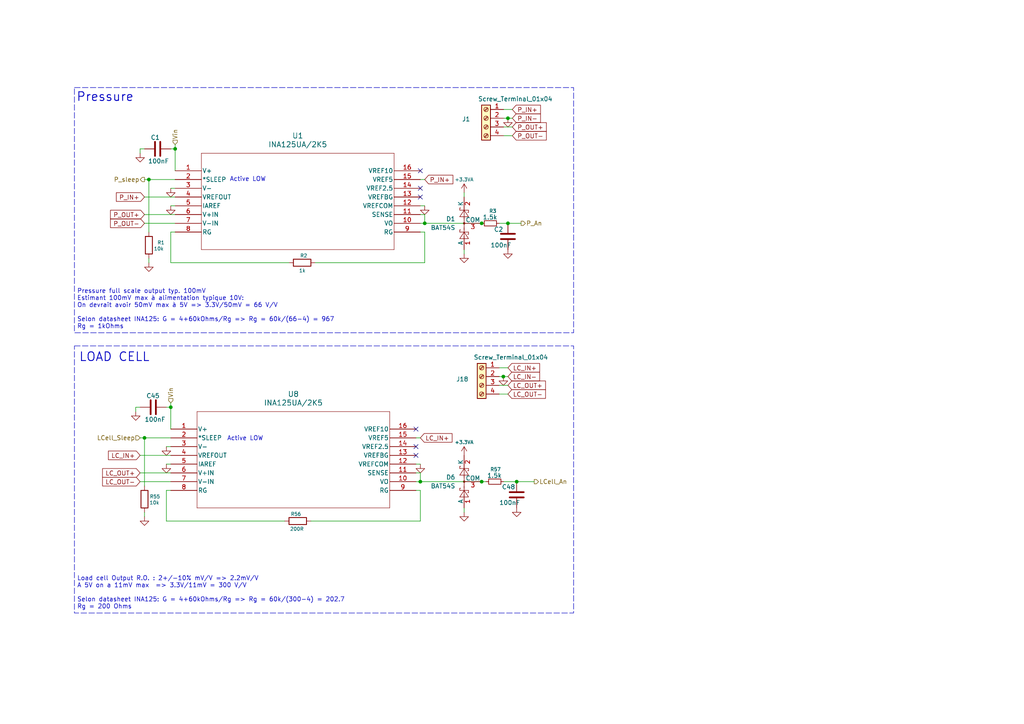
<source format=kicad_sch>
(kicad_sch (version 20250114) (generator "eeschema") (generator_version "9.0")
  (paper "A4")
  (lib_symbols
    (symbol "Connector:Screw_Terminal_01x04" (pin_names (offset 1.016) (hide yes))
      (property "Reference" "J" (at 0 5.08 0))
      (property "Value" "Screw_Terminal_01x04" (at 0 -7.62 0))
      (symbol "Screw_Terminal_01x04_1_1"
        (rectangle (start -1.27 3.81) (end 1.27 -6.35) (stroke (width 0.254)) (fill (type background)))
        (polyline (pts (xy -0.5334 2.8702) (xy 0.3302 2.032)) (stroke (width 0.1524)))
        (polyline (pts (xy -0.5334 0.3302) (xy 0.3302 -0.508)) (stroke (width 0.1524)))
        (polyline (pts (xy -0.5334 -2.2098) (xy 0.3302 -3.048)) (stroke (width 0.1524)))
        (polyline (pts (xy -0.5334 -4.7498) (xy 0.3302 -5.588)) (stroke (width 0.1524)))
        (polyline (pts (xy -0.3556 3.048) (xy 0.508 2.2098)) (stroke (width 0.1524)))
        (polyline (pts (xy -0.3556 0.508) (xy 0.508 -0.3302)) (stroke (width 0.1524)))
        (polyline (pts (xy -0.3556 -2.032) (xy 0.508 -2.8702)) (stroke (width 0.1524)))
        (polyline (pts (xy -0.3556 -4.572) (xy 0.508 -5.4102)) (stroke (width 0.1524)))
        (circle (center 0 2.54) (radius 0.635) (stroke (width 0.1524)))
        (circle (center 0 0) (radius 0.635) (stroke (width 0.1524)))
        (circle (center 0 -2.54) (radius 0.635) (stroke (width 0.1524)))
        (circle (center 0 -5.08) (radius 0.635) (stroke (width 0.1524)))
        (pin passive line (at -5.08 2.54 0) (length 3.81) (name "Pin_1") (number "1"))
        (pin passive line (at -5.08 0 0) (length 3.81) (name "Pin_2") (number "2"))
        (pin passive line (at -5.08 -2.54 0) (length 3.81) (name "Pin_3") (number "3"))
        (pin passive line (at -5.08 -5.08 0) (length 3.81) (name "Pin_4") (number "4"))
      )
    )
    (symbol "Device:C" (pin_numbers (hide yes)) (pin_names (offset 0.254))
      (property "Reference" "C" (at 0.635 2.54 0))
      (property "Value" "C" (at 0.635 -2.54 0))
      (symbol "C_0_1"
        (polyline (pts (xy -2.032 0.762) (xy 2.032 0.762)) (stroke (width 0.508)))
        (polyline (pts (xy -2.032 -0.762) (xy 2.032 -0.762)) (stroke (width 0.508)))
      )
      (symbol "C_1_1"
        (pin passive line (at 0 3.81 270) (length 2.794) (name "~") (number "1"))
        (pin passive line (at 0 -3.81 90) (length 2.794) (name "~") (number "2"))
      )
    )
    (symbol "Device:R" (pin_numbers (hide yes)) (pin_names (offset 0))
      (property "Reference" "R" (at 2.032 0 90))
      (property "Value" "R" (at 0 0 90))
      (symbol "R_0_1"
        (rectangle (start -1.016 -2.54) (end 1.016 2.54) (stroke (width 0.254)))
      )
      (symbol "R_1_1"
        (pin passive line (at 0 3.81 270) (length 1.27) (name "~") (number "1"))
        (pin passive line (at 0 -3.81 90) (length 1.27) (name "~") (number "2"))
      )
    )
    (symbol "Device:R_Small" (pin_numbers (hide yes)) (pin_names (offset 0.254) (hide yes))
      (property "Reference" "R" (at 0 0 90))
      (property "Value" "R_Small" (at 1.778 0 90))
      (symbol "R_Small_0_1"
        (rectangle (start -0.762 1.778) (end 0.762 -1.778) (stroke (width 0.2032)))
      )
      (symbol "R_Small_1_1"
        (pin passive line (at 0 2.54 270) (length 0.762) (name "~") (number "1"))
        (pin passive line (at 0 -2.54 90) (length 0.762) (name "~") (number "2"))
      )
    )
    (symbol "Diode:BAT54S" (pin_names (offset 0))
      (property "Reference" "D" (at 2.54 -5.08 0))
      (property "Value" "BAT54S" (at -6.35 3.175 0))
      (symbol "BAT54S_0_1"
        (polyline (pts (xy -4.445 1.27) (xy -4.445 -1.27) (xy -2.54 0) (xy -4.445 1.27)))
        (polyline (pts (xy -3.81 0) (xy -1.27 0)))
        (polyline (pts (xy -3.175 -1.27) (xy -3.175 -1.016)))
        (polyline (pts (xy -2.54 1.27) (xy -1.905 1.27)))
        (polyline (pts (xy -2.54 -1.27) (xy -3.175 -1.27)))
        (polyline (pts (xy -2.54 -1.27) (xy -2.54 1.27)))
        (polyline (pts (xy -1.905 1.27) (xy -1.905 1.016)))
        (polyline (pts (xy -1.905 0) (xy 1.905 0)))
        (circle (center 0 0) (radius 0.254) (fill (type outline)))
        (polyline (pts (xy 1.27 0) (xy 3.81 0)))
        (polyline (pts (xy 1.905 1.27) (xy 1.905 -1.27) (xy 3.81 0) (xy 1.905 1.27)))
        (polyline (pts (xy 3.175 -1.27) (xy 3.175 -1.016)))
        (polyline (pts (xy 3.81 1.27) (xy 4.445 1.27)))
        (polyline (pts (xy 3.81 -1.27) (xy 3.175 -1.27)))
        (polyline (pts (xy 3.81 -1.27) (xy 3.81 1.27)))
        (polyline (pts (xy 4.445 1.27) (xy 4.445 1.016)))
      )
      (symbol "BAT54S_1_1"
        (pin passive line (at -7.62 0 0) (length 3.81) (name "A") (number "1"))
        (pin passive line (at 0 -5.08 90) (length 5.08) (name "COM") (number "3"))
        (pin passive line (at 7.62 0 180) (length 3.81) (name "K") (number "2"))
      )
    )
    (symbol "INA125UA_2K5_1" (pin_names (offset 0.254))
      (property "Reference" "U" (at 35.56 10.16 0))
      (property "Value" "INA125UA/2K5" (at 35.56 7.62 0))
      (symbol "INA125UA_2K5_1_0_1"
        (polyline (pts (xy 7.62 5.08) (xy 7.62 -22.86)) (stroke (width 0.127)))
        (polyline (pts (xy 7.62 -22.86) (xy 63.5 -22.86)) (stroke (width 0.127)))
        (polyline (pts (xy 63.5 5.08) (xy 7.62 5.08)) (stroke (width 0.127)))
        (polyline (pts (xy 63.5 -22.86) (xy 63.5 5.08)) (stroke (width 0.127)))
        (pin power_in line (at 0 0 0) (length 7.62) (name "V+") (number "1"))
        (pin unspecified line (at 0 -2.54 0) (length 7.62) (name "*SLEEP") (number "2"))
        (pin power_in line (at 0 -5.08 0) (length 7.62) (name "V-") (number "3"))
        (pin output line (at 0 -7.62 0) (length 7.62) (name "VREFOUT") (number "4"))
        (pin unspecified line (at 0 -10.16 0) (length 7.62) (name "IAREF") (number "5"))
        (pin input line (at 0 -12.7 0) (length 7.62) (name "V+IN") (number "6"))
        (pin input line (at 0 -15.24 0) (length 7.62) (name "V-IN") (number "7"))
        (pin unspecified line (at 0 -17.78 0) (length 7.62) (name "RG") (number "8"))
        (pin power_in line (at 71.12 0 180) (length 7.62) (name "VREF10") (number "16"))
        (pin power_in line (at 71.12 -2.54 180) (length 7.62) (name "VREF5") (number "15"))
        (pin power_in line (at 71.12 -5.08 180) (length 7.62) (name "VREF2.5") (number "14"))
        (pin power_in line (at 71.12 -7.62 180) (length 7.62) (name "VREFBG") (number "13"))
        (pin power_in line (at 71.12 -10.16 180) (length 7.62) (name "VREFCOM") (number "12"))
        (pin unspecified line (at 71.12 -12.7 180) (length 7.62) (name "SENSE") (number "11"))
        (pin output line (at 71.12 -15.24 180) (length 7.62) (name "VO") (number "10"))
        (pin unspecified line (at 71.12 -17.78 180) (length 7.62) (name "RG") (number "9"))
      )
    )
    (symbol "pcb_moteur:INA125UA_2K5" (pin_names (offset 0.254))
      (property "Reference" "U" (at 35.56 10.16 0))
      (property "Value" "INA125UA/2K5" (at 35.56 7.62 0))
      (symbol "INA125UA_2K5_0_1"
        (polyline (pts (xy 7.62 5.08) (xy 7.62 -22.86)) (stroke (width 0.127)))
        (polyline (pts (xy 7.62 -22.86) (xy 63.5 -22.86)) (stroke (width 0.127)))
        (polyline (pts (xy 63.5 5.08) (xy 7.62 5.08)) (stroke (width 0.127)))
        (polyline (pts (xy 63.5 -22.86) (xy 63.5 5.08)) (stroke (width 0.127)))
        (pin power_in line (at 0 0 0) (length 7.62) (name "V+") (number "1"))
        (pin unspecified line (at 0 -2.54 0) (length 7.62) (name "*SLEEP") (number "2"))
        (pin power_in line (at 0 -5.08 0) (length 7.62) (name "V-") (number "3"))
        (pin output line (at 0 -7.62 0) (length 7.62) (name "VREFOUT") (number "4"))
        (pin unspecified line (at 0 -10.16 0) (length 7.62) (name "IAREF") (number "5"))
        (pin input line (at 0 -12.7 0) (length 7.62) (name "V+IN") (number "6"))
        (pin input line (at 0 -15.24 0) (length 7.62) (name "V-IN") (number "7"))
        (pin unspecified line (at 0 -17.78 0) (length 7.62) (name "RG") (number "8"))
        (pin power_in line (at 71.12 0 180) (length 7.62) (name "VREF10") (number "16"))
        (pin power_in line (at 71.12 -2.54 180) (length 7.62) (name "VREF5") (number "15"))
        (pin power_in line (at 71.12 -5.08 180) (length 7.62) (name "VREF2.5") (number "14"))
        (pin power_in line (at 71.12 -7.62 180) (length 7.62) (name "VREFBG") (number "13"))
        (pin power_in line (at 71.12 -10.16 180) (length 7.62) (name "VREFCOM") (number "12"))
        (pin unspecified line (at 71.12 -12.7 180) (length 7.62) (name "SENSE") (number "11"))
        (pin output line (at 71.12 -15.24 180) (length 7.62) (name "VO") (number "10"))
        (pin unspecified line (at 71.12 -17.78 180) (length 7.62) (name "RG") (number "9"))
      )
    )
    (symbol "power:+3.3VA" (power) (pin_names (offset 0))
      (property "Value" "+3.3VA" (at 0 3.556 0))
      (symbol "+3.3VA_0_1"
        (polyline (pts (xy -0.762 1.27) (xy 0 2.54)))
        (polyline (pts (xy 0 2.54) (xy 0.762 1.27)))
        (polyline (pts (xy 0 0) (xy 0 2.54)))
      )
      (symbol "+3.3VA_1_1"
        (pin power_in line (at 0 0 90) (length 0) (hide yes) (name "+3.3VA") (number "1"))
      )
    )
    (symbol "power:GND" (power) (pin_names (offset 0))
      (property "Value" "GND" (at 0 -3.81 0))
      (symbol "GND_0_1"
        (polyline (pts (xy 0 0) (xy 0 -1.27) (xy 1.27 -1.27) (xy 0 -2.54) (xy -1.27 -1.27) (xy 0 -1.27)))
      )
      (symbol "GND_1_1"
        (pin power_in line (at 0 0 270) (length 0) (hide yes) (name "GND") (number "1"))
      )
    )
  )
  (rectangle (start 21.59 25.4) (end 166.37 96.52) (stroke (width 0) (type dash)))
  (rectangle (start 21.59 100.33) (end 166.37 177.8) (stroke (width 0) (type dash)))
  (text "Active LOW" (at 71.12 127.254 0) (effects (font (size 1.27 1.27))))
  (text "Pressure" (at 22.098 29.718 0) (effects (font (size 2.54 2.54) (thickness 0.254) (bold yes)) (justify left bottom)))
  (text "LOAD CELL" (at 22.86 105.156 0) (effects (font (size 2.54 2.54) (thickness 0.254) (bold yes)) (justify left bottom)))
  (text "Active LOW" (at 71.882 52.07 0) (effects (font (size 1.27 1.27))))
  (text "Load cell Output R.O. : 2+/-10% mV/V => 2.2mV/V\nA 5V on a 11mV max  => 3.3V/11mV = 300 V/V\n\nSelon datasheet INA125: G = 4+60kOhms/Rg => Rg = 60k/(300-4) = 202.7\nRg = 200 Ohms" (at 22.352 171.958 0) (effects (font (size 1.27 1.27)) (justify left)))
  (text "Pressure full scale output typ. 100mV\nEstimant 100mV max à alimentation typique 10V:\nOn devrait avoir 50mV max à 5V => 3.3V/50mV = 66 V/V\n\nSelon datasheet INA125: G = 4+60kOhms/Rg => Rg = 60k/(66-4) = 967\nRg = 1kOhms" (at 22.352 89.662 0) (effects (font (size 1.27 1.27)) (justify left)))
  (junction (at 139.7 139.7))
  (junction (at 145.9983 109.22))
  (junction (at 149.86 139.7))
  (junction (at 41.91 127))
  (junction (at 147.32 34.29))
  (junction (at 123.19 64.77))
  (junction (at 139.7 64.77))
  (junction (at 121.92 139.7))
  (junction (at 50.8 43.18))
  (junction (at 147.32 64.77))
  (junction (at 43.18 52.07))
  (junction (at 49.53 118.11))
  (no_connect (at 121.92 49.53))
  (no_connect (at 121.92 54.61))
  (no_connect (at 121.92 57.15))
  (no_connect (at 120.65 132.08))
  (no_connect (at 120.65 129.54))
  (no_connect (at 120.65 124.46))
  (wire (pts (xy 134.62 72.39) (xy 134.62 73.66)))
  (wire (pts (xy 123.19 62.23) (xy 123.19 64.77)))
  (wire (pts (xy 148.59 36.83) (xy 146.05 36.83)))
  (wire (pts (xy 40.64 132.08) (xy 49.53 132.08)))
  (wire (pts (xy 147.32 111.76) (xy 144.78 111.76)))
  (wire (pts (xy 121.92 137.16) (xy 120.65 137.16)))
  (wire (pts (xy 40.64 43.18) (xy 41.91 43.18)))
  (wire (pts (xy 134.62 55.88) (xy 134.62 57.15)))
  (wire (pts (xy 121.92 134.62) (xy 120.65 134.62)))
  (wire (pts (xy 121.92 139.7) (xy 139.7 139.7)))
  (wire (pts (xy 120.65 139.7) (xy 121.92 139.7)))
  (wire (pts (xy 121.92 151.13) (xy 121.92 142.24)))
  (wire (pts (xy 41.91 52.07) (xy 43.18 52.07)))
  (wire (pts (xy 49.53 118.11) (xy 48.26 118.11)))
  (wire (pts (xy 91.44 76.2) (xy 123.19 76.2)))
  (wire (pts (xy 123.19 62.23) (xy 121.92 62.23)))
  (wire (pts (xy 123.19 76.2) (xy 123.19 67.31)))
  (wire (pts (xy 49.53 76.2) (xy 49.53 67.31)))
  (wire (pts (xy 41.91 127) (xy 41.91 140.97)))
  (wire (pts (xy 123.19 59.69) (xy 121.92 59.69)))
  (wire (pts (xy 147.32 109.22) (xy 145.9983 109.22)))
  (wire (pts (xy 148.59 39.37) (xy 146.05 39.37)))
  (wire (pts (xy 40.64 43.18) (xy 40.64 44.45)))
  (wire (pts (xy 50.8 43.18) (xy 49.53 43.18)))
  (wire (pts (xy 49.53 116.84) (xy 49.53 118.11)))
  (wire (pts (xy 83.82 76.2) (xy 49.53 76.2)))
  (wire (pts (xy 148.59 31.75) (xy 146.05 31.75)))
  (wire (pts (xy 149.86 139.7) (xy 154.94 139.7)))
  (wire (pts (xy 50.8 41.91) (xy 50.8 43.18)))
  (wire (pts (xy 144.78 114.3) (xy 147.32 114.3)))
  (wire (pts (xy 41.91 62.23) (xy 50.8 62.23)))
  (wire (pts (xy 121.92 142.24) (xy 120.65 142.24)))
  (wire (pts (xy 139.7 139.7) (xy 140.97 139.7)))
  (wire (pts (xy 49.53 67.31) (xy 50.8 67.31)))
  (wire (pts (xy 144.78 64.77) (xy 147.32 64.77)))
  (wire (pts (xy 146.05 34.29) (xy 147.32 34.29)))
  (wire (pts (xy 41.91 127) (xy 49.53 127)))
  (wire (pts (xy 40.64 137.16) (xy 49.53 137.16)))
  (wire (pts (xy 39.37 118.11) (xy 40.64 118.11)))
  (wire (pts (xy 50.8 49.53) (xy 50.8 43.18)))
  (wire (pts (xy 146.05 139.7) (xy 149.86 139.7)))
  (wire (pts (xy 121.92 137.16) (xy 121.92 139.7)))
  (wire (pts (xy 48.26 151.13) (xy 48.26 142.24)))
  (wire (pts (xy 123.19 52.07) (xy 121.92 52.07)))
  (wire (pts (xy 40.64 127) (xy 41.91 127)))
  (wire (pts (xy 41.91 148.59) (xy 41.91 149.86)))
  (wire (pts (xy 43.18 74.93) (xy 43.18 76.2)))
  (wire (pts (xy 82.55 151.13) (xy 48.26 151.13)))
  (wire (pts (xy 49.53 124.46) (xy 49.53 118.11)))
  (wire (pts (xy 48.26 142.24) (xy 49.53 142.24)))
  (wire (pts (xy 41.91 57.15) (xy 50.8 57.15)))
  (wire (pts (xy 145.9983 109.22) (xy 144.78 109.22)))
  (wire (pts (xy 134.62 147.32) (xy 134.62 148.59)))
  (wire (pts (xy 123.19 64.77) (xy 121.92 64.77)))
  (wire (pts (xy 40.64 139.7) (xy 49.53 139.7)))
  (wire (pts (xy 48.26 129.54) (xy 49.53 129.54)))
  (wire (pts (xy 90.17 151.13) (xy 121.92 151.13)))
  (wire (pts (xy 43.18 52.07) (xy 50.8 52.07)))
  (wire (pts (xy 147.32 34.29) (xy 148.59 34.29)))
  (wire (pts (xy 147.32 64.77) (xy 151.13 64.77)))
  (wire (pts (xy 49.53 54.61) (xy 50.8 54.61)))
  (wire (pts (xy 43.18 52.07) (xy 43.18 67.31)))
  (wire (pts (xy 123.19 67.31) (xy 121.92 67.31)))
  (wire (pts (xy 123.19 64.77) (xy 139.7 64.77)))
  (wire (pts (xy 39.37 118.11) (xy 39.37 119.38)))
  (wire (pts (xy 48.26 134.62) (xy 49.53 134.62)))
  (wire (pts (xy 49.53 59.69) (xy 50.8 59.69)))
  (wire (pts (xy 41.91 64.77) (xy 50.8 64.77)))
  (wire (pts (xy 147.32 106.68) (xy 144.78 106.68)))
  (wire (pts (xy 121.92 127) (xy 120.65 127)))
  (global_label "P_OUT+" (shape input) (at 148.59 36.83 0) (property "Intersheetrefs" "${INTERSHEET_REFS}" (effects (hide yes))))
  (global_label "P_OUT-" (shape input) (at 41.91 64.77 180) (property "Intersheetrefs" "${INTERSHEET_REFS}" (effects (hide yes))))
  (global_label "P_IN+" (shape input) (at 41.91 57.15 180) (property "Intersheetrefs" "${INTERSHEET_REFS}" (effects (hide yes))))
  (global_label "P_IN-" (shape input) (at 148.59 34.29 0) (property "Intersheetrefs" "${INTERSHEET_REFS}" (effects (hide yes))))
  (global_label "P_OUT+" (shape input) (at 41.91 62.23 180) (property "Intersheetrefs" "${INTERSHEET_REFS}" (effects (hide yes))))
  (global_label "LC_OUT-" (shape input) (at 147.32 114.3 0) (property "Intersheetrefs" "${INTERSHEET_REFS}" (effects (hide yes))))
  (global_label "LC_OUT+" (shape input) (at 40.64 137.16 180) (property "Intersheetrefs" "${INTERSHEET_REFS}" (effects (hide yes))))
  (global_label "LC_IN-" (shape input) (at 147.32 109.22 0) (property "Intersheetrefs" "${INTERSHEET_REFS}" (effects (hide yes))))
  (global_label "P_IN+" (shape input) (at 148.59 31.75 0) (property "Intersheetrefs" "${INTERSHEET_REFS}" (effects (hide yes))))
  (global_label "LC_IN+" (shape input) (at 147.32 106.68 0) (property "Intersheetrefs" "${INTERSHEET_REFS}" (effects (hide yes))))
  (global_label "P_IN+" (shape input) (at 123.19 52.07 0) (property "Intersheetrefs" "${INTERSHEET_REFS}" (effects (hide yes))))
  (global_label "LC_IN+" (shape input) (at 40.64 132.08 180) (property "Intersheetrefs" "${INTERSHEET_REFS}" (effects (hide yes))))
  (global_label "P_OUT-" (shape input) (at 148.59 39.37 0) (property "Intersheetrefs" "${INTERSHEET_REFS}" (effects (hide yes))))
  (global_label "LC_OUT+" (shape input) (at 147.32 111.76 0) (property "Intersheetrefs" "${INTERSHEET_REFS}" (effects (hide yes))))
  (global_label "LC_OUT-" (shape input) (at 40.64 139.7 180) (property "Intersheetrefs" "${INTERSHEET_REFS}" (effects (hide yes))))
  (global_label "LC_IN+" (shape input) (at 121.92 127 0) (property "Intersheetrefs" "${INTERSHEET_REFS}" (effects (hide yes))))
  (hierarchical_label "Vin" (shape input) (at 49.53 116.84 90))
  (hierarchical_label "P_An" (shape output) (at 151.13 64.77 0))
  (hierarchical_label "LCell_An" (shape output) (at 154.94 139.7 0))
  (hierarchical_label "P_sleep" (shape output) (at 41.91 52.07 180))
  (hierarchical_label "Vin" (shape input) (at 50.8 41.91 90))
  (hierarchical_label "LCell_Sleep" (shape input) (at 40.64 127 180))
  (symbol (lib_id "Diode:BAT54S") (at 134.62 139.7 90) (unit 1)
    (property "Reference" "D6" (at 132.08 138.4299 90) (effects (justify left)))
    (property "Value" "BAT54S" (at 132.08 140.9699 90) (effects (justify left)))
    (property "Footprint" "Package_TO_SOT_SMD:SOT-23" (effects (hide yes)))
    (property "Datasheet" "https://www.diodes.com/assets/Datasheets/ds11005.pdf" (effects (hide yes)))
    (property "Description" "Vr 30V, If 200mA, Dual schottky barrier diode, in series, SOT-323" (effects (hide yes)))
  )
  (symbol (lib_id "Device:R_Small") (at 143.51 139.7 90) (unit 1)
    (property "Reference" "R57" (at 145.288 136.144 90) (effects (font (size 1.016 1.016)) (justify left)))
    (property "Value" "1.5k" (at 145.542 137.922 90) (effects (justify left)))
    (property "Footprint" "Resistor_SMD:R_0805_2012Metric" (effects (hide yes)))
    (property "Description" "Resistor, small symbol" (effects (hide yes)))
  )
  (symbol (lib_id "power:GND") (at 147.32 34.29 0) (unit 1)
    (property "Reference" "#PWR011" (effects (hide yes)))
    (property "Value" "GND" (effects (hide yes)))
  )
  (symbol (lib_id "Device:C") (at 45.72 43.18 270) (unit 1)
    (property "Reference" "C1" (at 43.688 39.878 90) (effects (justify left)))
    (property "Value" "100nF" (at 42.926 46.736 90) (effects (justify left)))
    (property "Footprint" "Capacitor_SMD:C_0805_2012Metric" (effects (hide yes)))
    (property "Description" "Unpolarized capacitor" (effects (hide yes)))
  )
  (symbol (lib_id "power:GND") (at 48.26 129.54 0) (unit 1)
    (property "Reference" "#PWR072" (effects (hide yes)))
    (property "Value" "GND" (effects (hide yes)))
  )
  (symbol (lib_id "power:GND") (at 48.26 134.62 0) (unit 1)
    (property "Reference" "#PWR073" (effects (hide yes)))
    (property "Value" "GND" (effects (hide yes)))
  )
  (symbol (lib_id "power:+3.3VA") (at 134.62 132.08 0) (unit 1)
    (property "Reference" "#PWR075" (effects (hide yes)))
    (property "Value" "+3.3VA" (at 134.62 128.27 0) (effects (font (size 1 1))))
  )
  (symbol (lib_id "pcb_moteur:INA125UA_2K5") (at 49.53 124.46 0) (unit 1)
    (property "Reference" "U8" (at 85.09 114.3 0) (effects (font (size 1.524 1.524))))
    (property "Value" "INA125UA/2K5" (at 85.09 116.84 0) (effects (font (size 1.524 1.524))))
    (property "Footprint" "pcb_moteur:D16-L" (effects (hide yes)))
    (property "Datasheet" "https://www.digikey.ca/en/products/detail/texas-instruments/INA125UA-2K5/300987" (effects (hide yes)))
    (property "Description" "IC INST AMP 1 CIRCUIT 16SOIC" (effects (hide yes)))
    (property "Doc" "https://www.ti.com/lit/gpn/ina125" (effects (hide yes)))
    (property "DigiKey_Part_Number " "296-50343-1-ND" (effects (hide yes)))
    (property "Manufacturer_Part_Number" "INA125UA/2K5" (effects (hide yes)))
  )
  (symbol (lib_id "Connector:Screw_Terminal_01x04") (at 140.97 34.29 0) (mirror y) (unit 1)
    (property "Reference" "J1" (at 136.398 34.544 0) (effects (justify left)))
    (property "Value" "Screw_Terminal_01x04" (at 160.274 28.702 0) (effects (justify left)))
    (property "Footprint" "pcb_moteur:CONN_OSTVN04A150_OST" (effects (hide yes)))
    (property "Datasheet" "https://www.digikey.ca/en/products/detail/on-shore-technology-inc/OSTVN04A150/1588864" (effects (hide yes)))
    (property "Description" "4 Pin terminal block" (effects (hide yes)))
  )
  (symbol (lib_id "power:GND") (at 40.64 44.45 0) (unit 1)
    (property "Reference" "#PWR01" (effects (hide yes)))
    (property "Value" "GND" (effects (hide yes)))
  )
  (symbol (lib_id "power:GND") (at 43.18 76.2 0) (unit 1)
    (property "Reference" "#PWR02" (effects (hide yes)))
    (property "Value" "GND" (effects (hide yes)))
  )
  (symbol (lib_id "power:GND") (at 49.53 59.69 0) (unit 1)
    (property "Reference" "#PWR05" (effects (hide yes)))
    (property "Value" "GND" (effects (hide yes)))
  )
  (symbol (lib_id "power:GND") (at 147.32 72.39 0) (unit 1)
    (property "Reference" "#PWR021" (effects (hide yes)))
    (property "Value" "GND" (effects (hide yes)))
  )
  (symbol (lib_id "power:GND") (at 121.92 134.62 0) (unit 1)
    (property "Reference" "#PWR074" (effects (hide yes)))
    (property "Value" "GND" (effects (hide yes)))
  )
  (symbol (lib_id "Device:C") (at 149.86 143.51 0) (unit 1)
    (property "Reference" "C48" (at 145.542 141.224 0) (effects (justify left)))
    (property "Value" "100nF" (at 144.78 145.796 0) (effects (justify left)))
    (property "Footprint" "Capacitor_SMD:C_0805_2012Metric" (effects (hide yes)))
    (property "Description" "Unpolarized capacitor" (effects (hide yes)))
  )
  (symbol (lib_id "power:GND") (at 49.53 54.61 0) (unit 1)
    (property "Reference" "#PWR04" (effects (hide yes)))
    (property "Value" "GND" (effects (hide yes)))
  )
  (symbol (lib_id "Diode:BAT54S") (at 134.62 64.77 90) (unit 1)
    (property "Reference" "D1" (at 132.08 63.4999 90) (effects (justify left)))
    (property "Value" "BAT54S" (at 132.08 66.0399 90) (effects (justify left)))
    (property "Footprint" "Package_TO_SOT_SMD:SOT-23" (effects (hide yes)))
    (property "Datasheet" "https://www.diodes.com/assets/Datasheets/ds11005.pdf" (effects (hide yes)))
    (property "Description" "Vr 30V, If 200mA, Dual schottky barrier diode, in series, SOT-323" (effects (hide yes)))
  )
  (symbol (lib_id "Device:R") (at 43.18 71.12 0) (unit 1)
    (property "Reference" "R1" (at 47.752 70.358 0) (effects (font (size 1 1)) (justify right)))
    (property "Value" "10k" (at 47.498 72.136 0) (effects (font (size 1 1)) (justify right)))
    (property "Footprint" "Resistor_SMD:R_0805_2012Metric" (effects (hide yes)))
  )
  (symbol (lib_id "Device:R_Small") (at 142.24 64.77 90) (unit 1)
    (property "Reference" "R3" (at 144.018 61.214 90) (effects (font (size 1.016 1.016)) (justify left)))
    (property "Value" "1.5k" (at 144.272 62.992 90) (effects (justify left)))
    (property "Footprint" "Resistor_SMD:R_0805_2012Metric" (effects (hide yes)))
    (property "Description" "Resistor, small symbol" (effects (hide yes)))
  )
  (symbol (lib_id "power:GND") (at 123.19 59.69 0) (unit 1)
    (property "Reference" "#PWR06" (effects (hide yes)))
    (property "Value" "GND" (effects (hide yes)))
  )
  (symbol (lib_id "Device:R") (at 86.36 151.13 270) (unit 1)
    (property "Reference" "R56" (at 87.376 149.098 90) (effects (font (size 1 1)) (justify right)))
    (property "Value" "200R" (at 88.138 153.416 90) (effects (font (size 1 1)) (justify right)))
    (property "Footprint" "Resistor_SMD:R_0805_2012Metric" (effects (hide yes)))
  )
  (symbol (lib_id "power:GND") (at 145.9983 109.22 0) (unit 1)
    (property "Reference" "#PWR076" (effects (hide yes)))
    (property "Value" "GND" (effects (hide yes)))
  )
  (symbol (lib_id "power:GND") (at 39.37 119.38 0) (unit 1)
    (property "Reference" "#PWR041" (effects (hide yes)))
    (property "Value" "GND" (effects (hide yes)))
  )
  (symbol (lib_id "power:GND") (at 41.91 149.86 0) (unit 1)
    (property "Reference" "#PWR0135" (effects (hide yes)))
    (property "Value" "GND" (effects (hide yes)))
  )
  (symbol (lib_id "Connector:Screw_Terminal_01x04") (at 139.7 109.22 0) (mirror y) (unit 1)
    (property "Reference" "J18" (at 135.89 109.982 0) (effects (justify left)))
    (property "Value" "Screw_Terminal_01x04" (at 159.004 103.632 0) (effects (justify left)))
    (property "Footprint" "pcb_moteur:CONN_OSTVN04A150_OST" (effects (hide yes)))
    (property "Datasheet" "https://www.digikey.ca/en/products/detail/on-shore-technology-inc/OSTVN04A150/1588864" (effects (hide yes)))
    (property "Description" "4 pin terminal block" (effects (hide yes)))
  )
  (symbol (lib_id "power:GND") (at 134.62 73.66 0) (unit 1)
    (property "Reference" "#PWR09" (effects (hide yes)))
    (property "Value" "GND" (effects (hide yes)))
  )
  (symbol (lib_id "Device:R") (at 41.91 144.78 0) (unit 1)
    (property "Reference" "R55" (at 46.482 144.018 0) (effects (font (size 1 1)) (justify right)))
    (property "Value" "10k" (at 46.228 145.796 0) (effects (font (size 1 1)) (justify right)))
    (property "Footprint" "Resistor_SMD:R_0805_2012Metric" (effects (hide yes)))
  )
  (symbol (lib_id "power:+3.3VA") (at 134.62 55.88 0) (unit 1)
    (property "Reference" "#PWR08" (effects (hide yes)))
    (property "Value" "+3.3VA" (at 134.62 52.07 0) (effects (font (size 1 1))))
  )
  (symbol (lib_id "power:GND") (at 134.62 148.59 0) (unit 1)
    (property "Reference" "#PWR0132" (effects (hide yes)))
    (property "Value" "GND" (effects (hide yes)))
  )
  (symbol (lib_id "Device:R") (at 87.63 76.2 270) (unit 1)
    (property "Reference" "R2" (at 89.154 74.168 90) (effects (font (size 1 1)) (justify right)))
    (property "Value" "1k" (at 88.646 78.486 90) (effects (font (size 1 1)) (justify right)))
    (property "Footprint" "Resistor_SMD:R_0805_2012Metric" (effects (hide yes)))
  )
  (symbol (lib_id "Device:C") (at 147.32 68.58 0) (unit 1)
    (property "Reference" "C2" (at 143.256 66.548 0) (effects (justify left)))
    (property "Value" "100nF" (at 142.24 71.12 0) (effects (justify left)))
    (property "Footprint" "Capacitor_SMD:C_0805_2012Metric" (effects (hide yes)))
    (property "Description" "Unpolarized capacitor" (effects (hide yes)))
  )
  (symbol (lib_name "INA125UA_2K5_1") (lib_id "pcb_moteur:INA125UA_2K5") (at 50.8 49.53 0) (unit 1)
    (property "Reference" "U1" (at 86.36 39.37 0) (effects (font (size 1.524 1.524))))
    (property "Value" "INA125UA/2K5" (at 86.36 41.91 0) (effects (font (size 1.524 1.524))))
    (property "Footprint" "pcb_moteur:D16-L" (effects (hide yes)))
    (property "Datasheet" "https://www.digikey.ca/en/products/detail/texas-instruments/INA125UA-2K5/300987" (effects (hide yes)))
    (property "Description" "IC INST AMP 1 CIRCUIT 16SOIC" (effects (hide yes)))
    (property "Doc" "https://www.ti.com/lit/gpn/ina125" (effects (hide yes)))
    (property "DigiKey_Part_Number " "296-50343-1-ND" (effects (hide yes)))
    (property "Manufacturer_Part_Number" "INA125UA/2K5" (effects (hide yes)))
  )
  (symbol (lib_id "power:GND") (at 149.86 147.32 0) (unit 1)
    (property "Reference" "#PWR0138" (effects (hide yes)))
    (property "Value" "GND" (effects (hide yes)))
  )
  (symbol (lib_id "Device:C") (at 44.45 118.11 270) (unit 1)
    (property "Reference" "C45" (at 42.418 114.808 90) (effects (justify left)))
    (property "Value" "100nF" (at 41.91 121.666 90) (effects (justify left)))
    (property "Footprint" "Capacitor_SMD:C_0805_2012Metric" (effects (hide yes)))
    (property "Description" "Unpolarized capacitor" (effects (hide yes)))
  )
)
</source>
